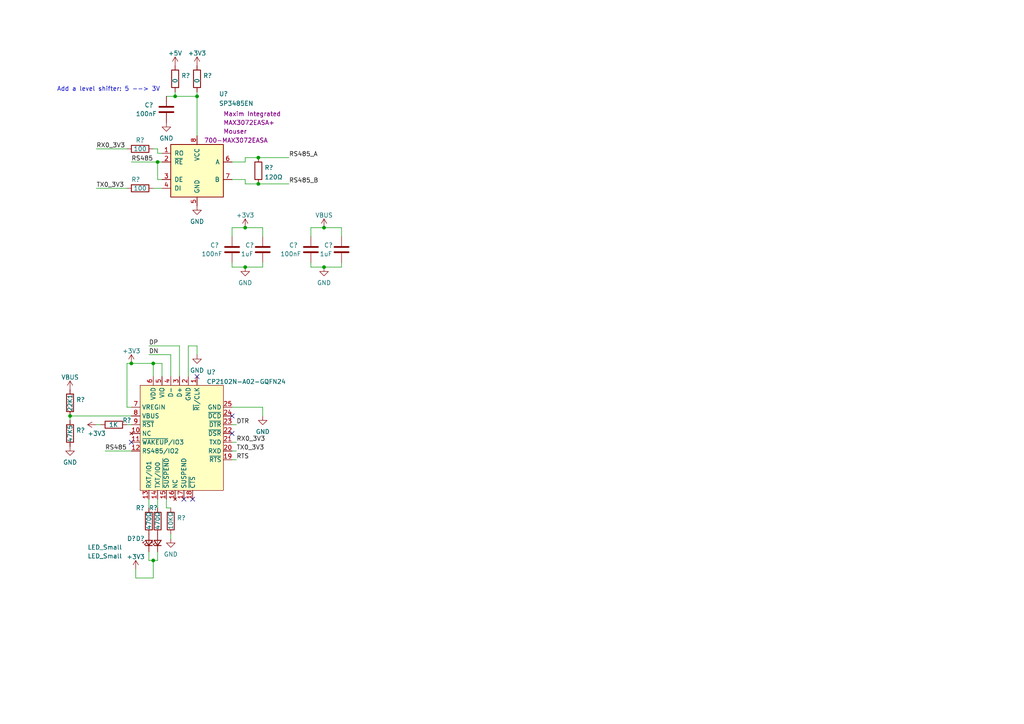
<source format=kicad_sch>
(kicad_sch (version 20211123) (generator eeschema)
  (paper "A4")
  (lib_symbols
    (symbol "Capacitors_0603:100nF" (pin_numbers hide) (pin_names (offset 0.254))
      (property "Reference" "C" (at 0.635 2.54 0))
      (property "Value" "100nF" (at 0.635 -2.54 0))
      (symbol "100nF_0_1"
        (polyline (pts (xy -2.032 -0.762) (xy 2.032 -0.762)) (stroke (width 0.508)))
        (polyline (pts (xy -2.032 0.762) (xy 2.032 0.762)) (stroke (width 0.508)))
      )
      (symbol "100nF_1_1"
        (pin passive line (at 0 3.81 270) (length 2.794) (name "~") (number "1"))
        (pin passive line (at 0 -3.81 90) (length 2.794) (name "~") (number "2"))
      )
    )
    (symbol "Capacitors_0603:1uF" (pin_numbers hide) (pin_names (offset 0.254))
      (property "Reference" "C" (at 0.635 2.54 0))
      (property "Value" "1uF" (at 0.635 -2.54 0))
      (symbol "1uF_0_1"
        (polyline (pts (xy -2.032 -0.762) (xy 2.032 -0.762)) (stroke (width 0.508)))
        (polyline (pts (xy -2.032 0.762) (xy 2.032 0.762)) (stroke (width 0.508)))
      )
      (symbol "1uF_1_1"
        (pin passive line (at 0 3.81 270) (length 2.794) (name "~") (number "1"))
        (pin passive line (at 0 -3.81 90) (length 2.794) (name "~") (number "2"))
      )
    )
    (symbol "Communications:SP3485EN" (pin_names (offset 1.016))
      (property "Reference" "U" (at -7.62 8.89 0))
      (property "Value" "SP3485EN" (at 2.54 8.89 0))
      (property "Manufacturer" "Maxim Integrated" (at 15.24 27.94 0))
      (property "Manufacturer Part Number" "MAX3072EASA+" (at 35.56 27.94 0))
      (property "Supplier" "Mouser" (at 10.16 24.13 0))
      (property "Supplier Part Number" "700-MAX3072EASA" (at 36.83 24.13 0))
      (symbol "SP3485EN_0_1"
        (rectangle (start -7.62 7.62) (end 7.62 -7.62) (stroke (width 0.254)) (fill (type background)))
      )
      (symbol "SP3485EN_1_1"
        (pin passive line (at -10.16 5.08 0) (length 2.54) (name "RO") (number "1"))
        (pin input line (at -10.16 2.54 0) (length 2.54) (name "~{RE}") (number "2"))
        (pin input line (at -10.16 -2.54 0) (length 2.54) (name "DE") (number "3"))
        (pin input line (at -10.16 -5.08 0) (length 2.54) (name "DI") (number "4"))
        (pin power_in line (at 0 -10.16 90) (length 2.54) (name "GND") (number "5"))
        (pin bidirectional line (at 10.16 2.54 180) (length 2.54) (name "A") (number "6"))
        (pin bidirectional line (at 10.16 -2.54 180) (length 2.54) (name "B") (number "7"))
        (pin power_in line (at 0 10.16 270) (length 2.54) (name "VCC") (number "8"))
      )
    )
    (symbol "Device:LED_Small" (pin_numbers hide) (pin_names (offset 0.254) hide)
      (property "Reference" "D" (at -1.27 3.175 0))
      (property "Value" "LED_Small" (at -4.445 -2.54 0))
      (symbol "LED_Small_0_1"
        (polyline (pts (xy -0.762 -1.016) (xy -0.762 1.016)) (stroke (width 0.254)))
        (polyline (pts (xy 1.016 0) (xy -0.762 0)))
        (polyline (pts (xy 0.762 -1.016) (xy -0.762 0) (xy 0.762 1.016) (xy 0.762 -1.016)) (stroke (width 0.254)))
        (polyline (pts (xy 0 0.762) (xy -0.508 1.27) (xy -0.254 1.27) (xy -0.508 1.27) (xy -0.508 1.016)))
        (polyline (pts (xy 0.508 1.27) (xy 0 1.778) (xy 0.254 1.778) (xy 0 1.778) (xy 0 1.524)))
      )
      (symbol "LED_Small_1_1"
        (pin passive line (at -2.54 0 0) (length 1.778) (name "K") (number "1"))
        (pin passive line (at 2.54 0 180) (length 1.778) (name "A") (number "2"))
      )
    )
    (symbol "IntegratedCircuits:CP2102N-A02-GQFN24"
      (property "Reference" "U" (at 8.89 13.97 0))
      (property "Value" "CP2102N-A02-GQFN24" (at 24.13 13.97 0))
      (symbol "CP2102N-A02-GQFN24_0_1"
        (rectangle (start -15.24 12.7) (end 15.24 -11.43) (fill (type background)))
      )
      (symbol "CP2102N-A02-GQFN24_1_1"
        (pin bidirectional line (at -17.78 5.08 0) (length 2.54) (name "~{RI}/CLK") (number "1"))
        (pin no_connect line (at -1.27 -13.97 90) (length 2.54) (name "NC") (number "10"))
        (pin bidirectional line (at 1.27 -13.97 90) (length 2.54) (name "~{WAKEUP}/IO3") (number "11"))
        (pin bidirectional line (at 3.81 -13.97 90) (length 2.54) (name "RS485/IO2") (number "12"))
        (pin bidirectional line (at 17.78 -8.89 180) (length 2.54) (name "RXT/IO1") (number "13"))
        (pin bidirectional line (at 17.78 -6.35 180) (length 2.54) (name "TXT/IO0") (number "14"))
        (pin output line (at 17.78 -3.81 180) (length 2.54) (name "~{SUSPEND}") (number "15"))
        (pin no_connect line (at 17.78 -1.27 180) (length 2.54) (name "NC") (number "16"))
        (pin output line (at 17.78 1.27 180) (length 2.54) (name "SUSPEND") (number "17"))
        (pin input line (at 17.78 3.81 180) (length 2.54) (name "~{CTS}") (number "18"))
        (pin output line (at 6.35 15.24 270) (length 2.54) (name "~{RTS}") (number "19"))
        (pin power_in line (at -17.78 2.54 0) (length 2.54) (name "GND") (number "2"))
        (pin input line (at 3.81 15.24 270) (length 2.54) (name "RXD") (number "20"))
        (pin output line (at 1.27 15.24 270) (length 2.54) (name "TXD") (number "21"))
        (pin input line (at -1.27 15.24 270) (length 2.54) (name "~{DSR}") (number "22"))
        (pin output line (at -3.81 15.24 270) (length 2.54) (name "~{DTR}") (number "23"))
        (pin input line (at -6.35 15.24 270) (length 2.54) (name "~{DCD}") (number "24"))
        (pin power_in line (at -8.89 15.24 270) (length 2.54) (name "GND") (number "25"))
        (pin bidirectional line (at -17.78 0 0) (length 2.54) (name "D+") (number "3"))
        (pin bidirectional line (at -17.78 -2.54 0) (length 2.54) (name "D-") (number "4"))
        (pin power_in line (at -17.78 -5.08 0) (length 2.54) (name "VIO") (number "5"))
        (pin power_in line (at -17.78 -7.62 0) (length 2.54) (name "VDD") (number "6"))
        (pin power_in line (at -8.89 -13.97 90) (length 2.54) (name "VREGIN") (number "7"))
        (pin power_in line (at -6.35 -13.97 90) (length 2.54) (name "VBUS") (number "8"))
        (pin input line (at -3.81 -13.97 90) (length 2.54) (name "~{RST}") (number "9"))
      )
    )
    (symbol "Resistor_0603:0" (pin_numbers hide) (pin_names (offset 0))
      (property "Reference" "R" (at 3.81 1.27 0))
      (property "Value" "0" (at 3.81 -1.27 0))
      (symbol "0_0_1"
        (rectangle (start -1.016 -2.54) (end 1.016 2.54) (stroke (width 0.254)))
      )
      (symbol "0_1_1"
        (pin passive line (at 0 3.81 270) (length 1.27) (name "~") (number "1"))
        (pin passive line (at 0 -3.81 90) (length 1.27) (name "~") (number "2"))
      )
    )
    (symbol "Resistor_0603:100" (pin_numbers hide) (pin_names (offset 0))
      (property "Reference" "R" (at 3.81 1.27 0))
      (property "Value" "100" (at 3.81 -1.27 0))
      (symbol "100_0_1"
        (rectangle (start -1.016 -2.54) (end 1.016 2.54) (stroke (width 0.254)))
      )
      (symbol "100_1_1"
        (pin passive line (at 0 3.81 270) (length 1.27) (name "~") (number "1"))
        (pin passive line (at 0 -3.81 90) (length 1.27) (name "~") (number "2"))
      )
    )
    (symbol "Resistor_0603:10KΩ" (pin_numbers hide) (pin_names (offset 0))
      (property "Reference" "R" (at 3.81 1.27 0))
      (property "Value" "10KΩ" (at 3.81 -1.27 0))
      (symbol "10KΩ_0_1"
        (rectangle (start -1.016 -2.54) (end 1.016 2.54) (stroke (width 0.254)))
      )
      (symbol "10KΩ_1_1"
        (pin passive line (at 0 3.81 270) (length 1.27) (name "~") (number "1"))
        (pin passive line (at 0 -3.81 90) (length 1.27) (name "~") (number "2"))
      )
    )
    (symbol "Resistor_0603:120Ω" (pin_numbers hide) (pin_names (offset 0))
      (property "Reference" "R" (at 3.81 1.27 0))
      (property "Value" "120Ω" (at 5.08 -1.27 0))
      (symbol "120Ω_0_1"
        (rectangle (start -1.016 -2.54) (end 1.016 2.54) (stroke (width 0.254)))
      )
      (symbol "120Ω_1_1"
        (pin passive line (at 0 3.81 270) (length 1.27) (name "~") (number "1"))
        (pin passive line (at 0 -3.81 90) (length 1.27) (name "~") (number "2"))
      )
    )
    (symbol "Resistor_0603:1K" (pin_numbers hide) (pin_names (offset 0))
      (property "Reference" "R" (at 3.81 1.27 0))
      (property "Value" "1K" (at 0 0 90))
      (symbol "1K_0_1"
        (rectangle (start -1.016 -2.54) (end 1.016 2.54) (stroke (width 0.254)))
      )
      (symbol "1K_1_1"
        (pin passive line (at 0 3.81 270) (length 1.27) (name "~") (number "1"))
        (pin passive line (at 0 -3.81 90) (length 1.27) (name "~") (number "2"))
      )
    )
    (symbol "Resistor_0603:22K1" (pin_numbers hide) (pin_names (offset 0))
      (property "Reference" "R" (at 0 2.54 0))
      (property "Value" "22K1" (at 0 0 0))
      (symbol "22K1_0_1"
        (rectangle (start 2.54 -1.016) (end -2.54 1.016) (stroke (width 0.254)))
      )
      (symbol "22K1_1_1"
        (pin passive line (at -3.81 0 0) (length 1.27) (name "~") (number "1"))
        (pin passive line (at 3.81 0 180) (length 1.27) (name "~") (number "2"))
      )
    )
    (symbol "Resistor_0603:470Ω" (pin_numbers hide) (pin_names (offset 0))
      (property "Reference" "R" (at 3.81 1.27 0))
      (property "Value" "470Ω" (at 6.35 -1.27 0))
      (symbol "470Ω_0_1"
        (rectangle (start -1.016 -2.54) (end 1.016 2.54) (stroke (width 0.254)))
      )
      (symbol "470Ω_1_1"
        (pin passive line (at 0 3.81 270) (length 1.27) (name "~") (number "1"))
        (pin passive line (at 0 -3.81 90) (length 1.27) (name "~") (number "2"))
      )
    )
    (symbol "Resistor_0603:47K5" (pin_numbers hide) (pin_names (offset 0))
      (property "Reference" "R" (at 0 2.54 0))
      (property "Value" "47K5" (at 0 0 0))
      (symbol "47K5_0_1"
        (rectangle (start 2.54 -1.016) (end -2.54 1.016) (stroke (width 0.254)))
      )
      (symbol "47K5_1_1"
        (pin passive line (at -3.81 0 0) (length 1.27) (name "~") (number "1"))
        (pin passive line (at 3.81 0 180) (length 1.27) (name "~") (number "2"))
      )
    )
    (symbol "power:+3V3" (power) (pin_names (offset 0))
      (property "Value" "+3V3" (at 0 3.556 0))
      (symbol "+3V3_0_1"
        (polyline (pts (xy -0.762 1.27) (xy 0 2.54)))
        (polyline (pts (xy 0 0) (xy 0 2.54)))
        (polyline (pts (xy 0 2.54) (xy 0.762 1.27)))
      )
      (symbol "+3V3_1_1"
        (pin power_in line (at 0 0 90) (length 0) hide (name "+3V3") (number "1"))
      )
    )
    (symbol "power:+5V" (power) (pin_names (offset 0))
      (property "Value" "+5V" (at 0 3.556 0))
      (symbol "+5V_0_1"
        (polyline (pts (xy -0.762 1.27) (xy 0 2.54)))
        (polyline (pts (xy 0 0) (xy 0 2.54)))
        (polyline (pts (xy 0 2.54) (xy 0.762 1.27)))
      )
      (symbol "+5V_1_1"
        (pin power_in line (at 0 0 90) (length 0) hide (name "+5V") (number "1"))
      )
    )
    (symbol "power:GND" (power) (pin_names (offset 0))
      (property "Value" "GND" (at 0 -3.81 0))
      (symbol "GND_0_1"
        (polyline (pts (xy 0 0) (xy 0 -1.27) (xy 1.27 -1.27) (xy 0 -2.54) (xy -1.27 -1.27) (xy 0 -1.27)))
      )
      (symbol "GND_1_1"
        (pin power_in line (at 0 0 270) (length 0) hide (name "GND") (number "1"))
      )
    )
    (symbol "power:VBUS" (power) (pin_names (offset 0))
      (property "Value" "VBUS" (at 0 3.81 0))
      (symbol "VBUS_0_1"
        (polyline (pts (xy -0.762 1.27) (xy 0 2.54)))
        (polyline (pts (xy 0 0) (xy 0 2.54)))
        (polyline (pts (xy 0 2.54) (xy 0.762 1.27)))
      )
      (symbol "VBUS_1_1"
        (pin power_in line (at 0 0 90) (length 0) hide (name "VBUS") (number "1"))
      )
    )
  )
  (junction (at 44.45 162.56))
  (junction (at 57.15 27.94))
  (junction (at 74.93 53.34))
  (junction (at 38.1 105.41))
  (junction (at 45.72 46.99))
  (junction (at 93.98 66.04))
  (junction (at 74.93 45.72))
  (junction (at 50.8 27.94))
  (junction (at 44.45 105.41))
  (junction (at 20.32 120.65))
  (junction (at 93.98 77.47))
  (junction (at 71.12 77.47))
  (junction (at 71.12 66.04))
  (no_connect (at 55.88 144.78))
  (no_connect (at 53.34 144.78))
  (no_connect (at 38.1 128.27))
  (no_connect (at 67.31 120.65))
  (no_connect (at 67.31 125.73))
  (no_connect (at 57.15 109.22))
  (wire (pts (xy 76.2 77.47) (xy 76.2 76.2)))
  (wire (pts (xy 44.45 162.56) (xy 44.45 167.64)))
  (wire (pts (xy 36.83 123.19) (xy 38.1 123.19)))
  (wire (pts (xy 43.18 162.56) (xy 44.45 162.56)))
  (wire (pts (xy 30.48 130.81) (xy 38.1 130.81)))
  (wire (pts (xy 44.45 105.41) (xy 46.99 105.41)))
  (wire (pts (xy 90.17 77.47) (xy 93.98 77.47)))
  (wire (pts (xy 74.93 53.34) (xy 83.82 53.34)))
  (wire (pts (xy 57.15 100.33) (xy 57.15 102.87)))
  (wire (pts (xy 67.31 52.07) (xy 71.12 52.07)))
  (wire (pts (xy 67.31 128.27) (xy 68.58 128.27)))
  (wire (pts (xy 74.93 45.72) (xy 83.82 45.72)))
  (wire (pts (xy 36.83 118.11) (xy 36.83 105.41)))
  (wire (pts (xy 44.45 43.18) (xy 45.72 43.18)))
  (wire (pts (xy 45.72 144.78) (xy 45.72 147.32)))
  (wire (pts (xy 20.32 120.65) (xy 20.32 121.92)))
  (wire (pts (xy 54.61 100.33) (xy 54.61 109.22)))
  (wire (pts (xy 43.18 144.78) (xy 43.18 147.32)))
  (wire (pts (xy 71.12 66.04) (xy 76.2 66.04)))
  (wire (pts (xy 45.72 44.45) (xy 45.72 43.18)))
  (wire (pts (xy 46.99 109.22) (xy 46.99 105.41)))
  (wire (pts (xy 36.83 105.41) (xy 38.1 105.41)))
  (wire (pts (xy 49.53 109.22) (xy 49.53 102.87)))
  (wire (pts (xy 67.31 46.99) (xy 71.12 46.99)))
  (wire (pts (xy 48.26 147.32) (xy 49.53 147.32)))
  (wire (pts (xy 39.37 165.1) (xy 39.37 167.64)))
  (wire (pts (xy 43.18 102.87) (xy 49.53 102.87)))
  (wire (pts (xy 90.17 66.04) (xy 90.17 68.58)))
  (wire (pts (xy 54.61 100.33) (xy 57.15 100.33)))
  (wire (pts (xy 67.31 77.47) (xy 71.12 77.47)))
  (wire (pts (xy 50.8 27.94) (xy 57.15 27.94)))
  (wire (pts (xy 71.12 77.47) (xy 76.2 77.47)))
  (wire (pts (xy 20.32 120.65) (xy 38.1 120.65)))
  (wire (pts (xy 99.06 77.47) (xy 99.06 76.2)))
  (wire (pts (xy 76.2 66.04) (xy 76.2 68.58)))
  (wire (pts (xy 27.94 43.18) (xy 36.83 43.18)))
  (wire (pts (xy 90.17 66.04) (xy 93.98 66.04)))
  (wire (pts (xy 27.94 54.61) (xy 36.83 54.61)))
  (wire (pts (xy 43.18 100.33) (xy 52.07 100.33)))
  (wire (pts (xy 38.1 46.99) (xy 45.72 46.99)))
  (wire (pts (xy 93.98 66.04) (xy 99.06 66.04)))
  (wire (pts (xy 67.31 76.2) (xy 67.31 77.47)))
  (wire (pts (xy 67.31 123.19) (xy 68.58 123.19)))
  (wire (pts (xy 49.53 154.94) (xy 49.53 156.21)))
  (wire (pts (xy 38.1 105.41) (xy 44.45 105.41)))
  (wire (pts (xy 99.06 66.04) (xy 99.06 68.58)))
  (wire (pts (xy 67.31 66.04) (xy 71.12 66.04)))
  (wire (pts (xy 71.12 53.34) (xy 74.93 53.34)))
  (wire (pts (xy 71.12 46.99) (xy 71.12 45.72)))
  (wire (pts (xy 45.72 44.45) (xy 46.99 44.45)))
  (wire (pts (xy 90.17 76.2) (xy 90.17 77.47)))
  (wire (pts (xy 67.31 118.11) (xy 76.2 118.11)))
  (wire (pts (xy 50.8 27.94) (xy 50.8 26.67)))
  (wire (pts (xy 45.72 46.99) (xy 46.99 46.99)))
  (wire (pts (xy 44.45 167.64) (xy 39.37 167.64)))
  (wire (pts (xy 46.99 52.07) (xy 45.72 52.07)))
  (wire (pts (xy 71.12 45.72) (xy 74.93 45.72)))
  (wire (pts (xy 67.31 130.81) (xy 68.58 130.81)))
  (wire (pts (xy 43.18 160.02) (xy 43.18 162.56)))
  (wire (pts (xy 45.72 160.02) (xy 45.72 162.56)))
  (wire (pts (xy 71.12 52.07) (xy 71.12 53.34)))
  (wire (pts (xy 44.45 162.56) (xy 45.72 162.56)))
  (wire (pts (xy 93.98 77.47) (xy 99.06 77.47)))
  (wire (pts (xy 67.31 66.04) (xy 67.31 68.58)))
  (wire (pts (xy 57.15 27.94) (xy 57.15 39.37)))
  (wire (pts (xy 48.26 144.78) (xy 48.26 147.32)))
  (wire (pts (xy 38.1 118.11) (xy 36.83 118.11)))
  (wire (pts (xy 52.07 100.33) (xy 52.07 109.22)))
  (wire (pts (xy 44.45 105.41) (xy 44.45 109.22)))
  (wire (pts (xy 57.15 26.67) (xy 57.15 27.94)))
  (wire (pts (xy 44.45 54.61) (xy 46.99 54.61)))
  (wire (pts (xy 67.31 133.35) (xy 68.58 133.35)))
  (wire (pts (xy 48.26 27.94) (xy 50.8 27.94)))
  (wire (pts (xy 27.94 123.19) (xy 29.21 123.19)))
  (wire (pts (xy 76.2 118.11) (xy 76.2 120.65)))
  (wire (pts (xy 45.72 52.07) (xy 45.72 46.99)))
  (text "Add a level shifter: 5 --> 3V\n" (at 16.51 26.67 0) (effects (font (size 1.27 1.27)) (justify left bottom)))
  (label "RTS" (at 68.58 133.35 0))
  (label "DN" (at 43.18 102.87 0))
  (label "RX0_3V3" (at 27.94 43.18 0))
  (label "TX0_3V3" (at 68.58 130.81 0))
  (label "RX0_3V3" (at 68.58 128.27 0))
  (label "TX0_3V3" (at 27.94 54.61 0))
  (label "RS485" (at 30.48 130.81 0))
  (label "DTR" (at 68.58 123.19 0))
  (label "RS485_B" (at 83.82 53.34 0))
  (label "RS485_A" (at 83.82 45.72 0))
  (label "DP" (at 43.18 100.33 0))
  (label "RS485" (at 38.1 46.99 0))
  (symbol (lib_id "power:VBUS") (at 20.32 113.03 0) (unit 1)
    (property "Reference" "#PWR?" (effects hide))
    (property "Value" "VBUS" (at 20.32 109.4255 0))
  )
  (symbol (lib_id "Resistor_0603:10KΩ") (at 49.53 151.13 0) (unit 1)
    (property "Reference" "R?" (at 51.308 150.2215 0) (effects (justify left)))
    (property "Value" "10KΩ" (at 49.53 153.67 90) (effects (justify left)))
    (property "Footprint" "Resistor_SMD:R_0603_1608Metric" (effects hide))
    (property "Manufacturer" "Panasonic" (effects hide))
    (property "MPN" "ERJ-3EKF1002V" (effects hide))
    (property "Supplier" "Mouser" (effects hide))
    (property "Supplier Nr." "667-ERJ-3EKF1002V" (effects hide))
    (property "Power" "100mW" (effects hide))
    (property "Tolerance" "1%" (effects hide))
    (property "Description" "10 kOhms ±1% 0.1W, 1/10W Chip Resistor 0603 (1608 Metric) Moisture Resistant Thick Film" (effects hide))
  )
  (symbol (lib_id "Resistor_0603:470Ω") (at 43.18 151.13 0) (unit 1)
    (property "Reference" "R?" (at 39.37 147.32 0) (effects (justify left)))
    (property "Value" "470Ω" (at 43.18 153.67 90) (effects (justify left)))
    (property "Footprint" "Resistor_SMD:R_0603_1608Metric" (effects hide))
    (property "Datasheet" "https://www.mouser.be/datasheet/2/427/VISH_S_A0003599164_1-2569050.pdf" (effects hide))
    (property "Manufacturer" "Vishay" (effects hide))
    (property "MPN" "CRCW0603470RJNEBC" (effects hide))
    (property "Supplier" "Mouser" (effects hide))
    (property "Supplier Nr." "71-CRCW0603470RJNEBC" (effects hide))
    (property "Power" "100mW" (effects hide))
    (property "Tolerance" "5%" (effects hide))
    (property "Price" "0.025" (effects hide))
    (property "Description" "Thick Film Resistors - SMD 1/10Watt 470ohms 5% Commercial Use" (effects hide))
  )
  (symbol (lib_id "Capacitors_0603:1uF") (at 99.06 72.39 0) (unit 1)
    (property "Reference" "C?" (at 93.98 71.12 0) (effects (justify left)))
    (property "Value" "1uF" (at 92.71 73.66 0) (effects (justify left)))
    (property "Footprint" "Capacitor_SMD:C_0603_1608Metric" (effects hide))
    (property "Datasheet" "http://product.samsungsem.com/mlcc/basic-search.do?partNumber=CL10B105KP8NNN" (effects hide))
    (property "Manufacturer" "Samsung Electro-Mechanics" (effects hide))
    (property "MPN" "CL10B105KA8NNNC" (effects hide))
    (property "Supplier" "Digikey" (effects hide))
    (property "Supplier Nr." "1276-1184-1-ND" (effects hide))
    (property "Description" "1µF ±10% 25V Ceramic Capacitor X7R 0603 (1608 Metric)" (effects hide))
    (property "Tolerance" "10%" (effects hide))
    (property "Voltage" "25V" (effects hide))
    (property "Dielectric" "X7R" (effects hide))
    (property "Price" "0.09" (effects hide))
  )
  (symbol (lib_id "Resistor_0603:1K") (at 33.02 123.19 90) (unit 1)
    (property "Reference" "R?" (at 38.1 121.92 90) (effects (justify left)))
    (property "Value" "1K" (at 34.29 123.19 90) (effects (justify left)))
    (property "Footprint" "Resistor_SMD:R_0603_1608Metric" (effects hide))
    (property "Datasheet" "https://www.yageo.com/upload/media/product/productsearch/datasheet/rchip/PYu-RC_Group_51_RoHS_L_11.pdf" (effects hide))
    (property "Manufacturer" "Yageo" (effects hide))
    (property "MPN" "RC0603FR-071KL" (effects hide))
    (property "Supplier" "Mouser" (effects hide))
    (property "Supplier Part Number" "603-RC0603FR-071KL" (effects hide))
    (property "Tolerance" "1%" (effects hide))
    (property "Description" "1 kOhms ±1% 0.1W, 1/10W Chip Resistor 0603 (1608 Metric) Moisture Resistant Thick Film" (effects hide))
  )
  (symbol (lib_id "IntegratedCircuits:CP2102N-A02-GQFN24") (at 52.07 127 270) (unit 1)
    (property "Reference" "U?" (at 59.9187 107.9205 90) (effects (justify left)))
    (property "Value" "CP2102N-A02-GQFN24" (at 59.9187 110.6956 90) (effects (justify left)))
    (property "Footprint" "Package_DFN_QFN:QFN-24-1EP_4x4mm_P0.5mm_EP2.6x2.6mm" (effects hide))
    (property "Datasheet" "https://www.silabs.com/documents/public/data-sheets/cp2102n-datasheet.pdf" (effects hide))
    (property "Description" "USB Bridge, USB to UART USB 2.0 UART Interface 24-QFN (4x4)" (effects hide))
    (property "Manufacturer" "Silicon Labs" (effects hide))
    (property "MPN" "CP2102N-A02-GQFN24" (effects hide))
    (property "Supplier" "Digikey" (effects hide))
    (property "Supplier Nr." "336-5887-ND" (effects hide))
  )
  (symbol (lib_id "power:+5V") (at 50.8 19.05 0) (unit 1)
    (property "Reference" "#PWR?" (effects hide))
    (property "Value" "+5V" (at 50.8 15.4455 0))
  )
  (symbol (lib_id "power:GND") (at 48.26 35.56 0) (unit 1)
    (property "Reference" "#PWR?" (effects hide))
    (property "Value" "GND" (at 48.26 40.1225 0))
  )
  (symbol (lib_id "power:+3V3") (at 39.37 165.1 0) (unit 1)
    (property "Reference" "#PWR?" (effects hide))
    (property "Value" "+3V3" (at 39.37 161.4955 0))
  )
  (symbol (lib_id "Capacitors_0603:100nF") (at 48.26 31.75 0) (unit 1)
    (property "Reference" "C?" (at 41.91 30.48 0) (effects (justify left)))
    (property "Value" "100nF" (at 39.37 33.02 0) (effects (justify left)))
    (property "Footprint" "Capacitor_SMD:C_0603_1608Metric" (effects hide))
    (property "Datasheet" "https://media.digikey.com/pdf/Data%20Sheets/Samsung%20PDFs/CL_Series_MLCC_ds.pdf" (effects hide))
    (property "Manufacturer" "Samsung Electro-Mechanics" (effects hide))
    (property "MPN" "CL10B104KB8NNNC" (effects hide))
    (property "Supplier" "Digikey" (effects hide))
    (property "Supplier Nr." "1276-1000-1-ND" (effects hide))
    (property "Description" "0.1µF ±10% 50V Ceramic Capacitor X7R 0603 (1608 Metric)" (effects hide))
    (property "Tolerance" "10%" (effects hide))
    (property "Voltage" "50V" (effects hide))
    (property "Dielectric" "X7R" (effects hide))
    (property "Price" "0.09" (effects hide))
  )
  (symbol (lib_id "power:+3V3") (at 71.12 66.04 0) (unit 1)
    (property "Reference" "#PWR?" (effects hide))
    (property "Value" "+3V3" (at 71.12 62.4355 0))
  )
  (symbol (lib_id "power:+3V3") (at 57.15 19.05 0) (unit 1)
    (property "Reference" "#PWR?" (effects hide))
    (property "Value" "+3V3" (at 57.15 15.4455 0))
  )
  (symbol (lib_id "Resistor_0603:120Ω") (at 74.93 49.53 0) (unit 1)
    (property "Reference" "R?" (at 76.708 48.6215 0) (effects (justify left)))
    (property "Value" "120Ω" (at 76.708 51.3966 0) (effects (justify left)))
    (property "Footprint" "Resistor_SMD:R_0603_1608Metric" (effects hide))
    (property "Datasheet" "https://www.mouser.be/datasheet/2/54/crxxxxx-1858361.pdf" (effects hide))
    (property "Manufacturer" "Bourns" (effects hide))
    (property "MPN" "CR0603-FX-1200ELF" (effects hide))
    (property "Supplier" "Mouser" (effects hide))
    (property "Supplier Nr." "652-CR0603FX-1200ELF" (effects hide))
    (property "Power" "100mW" (effects hide))
    (property "Tolerance" "5%" (effects hide))
    (property "Price" "0.025" (effects hide))
    (property "Description" "Thick Film Resistors - SMD 1/10Watt 470ohms 5% Commercial Use" (effects hide))
  )
  (symbol (lib_id "Resistor_0603:0") (at 57.15 22.86 0) (unit 1)
    (property "Reference" "R?" (at 58.928 21.9515 0) (effects (justify left)))
    (property "Value" "0" (at 57.15 24.13 90) (effects (justify left)))
    (property "Footprint" "Resistor_SMD:R_0603_1608Metric" (effects hide))
    (property "Datasheet" "https://www.yageo.com/upload/media/product/productsearch/datasheet/rchip/PYu-AC_51_RoHS_L_7.pdf" (effects hide))
    (property "Manufacturer" "Yageo" (effects hide))
    (property "MPN" "RC0603JR-070RL" (effects hide))
    (property "Supplier" "Mouser" (effects hide))
    (property "Supplier Nr." "603-RC0603JR-070RL" (effects hide))
    (property "Description" "0 Ohms Jumper 0.1W, 1/10W Chip Resistor 0603 (1608 Metric)" (effects hide))
    (property "Power" "100mW" (effects hide))
  )
  (symbol (lib_id "power:GND") (at 57.15 59.69 0) (unit 1)
    (property "Reference" "#PWR?" (effects hide))
    (property "Value" "GND" (at 57.15 64.2525 0))
  )
  (symbol (lib_id "Resistor_0603:22K1") (at 20.32 116.84 270) (unit 1)
    (property "Reference" "R?" (at 22.098 115.9315 90) (effects (justify left)))
    (property "Value" "22K1" (at 20.32 114.3 0) (effects (justify left)))
    (property "Footprint" "Resistor_SMD:R_0603_1608Metric" (effects hide))
    (property "Datasheet" "https://www.bourns.com/docs/product-datasheets/CRxxxxx.pdf" (effects hide))
    (property "Manufacturer" "Bourns Inc." (effects hide))
    (property "MPN" "CR0603-FX-2212ELF" (effects hide))
    (property "Supplier" "Digikey" (effects hide))
    (property "Supplier Part Number" "CR0603-FX-2212ELFCT-ND" (effects hide))
    (property "Description" "22.1 kOhms ±1% 0.1W, 1/10W Chip Resistor 0603 (1608 Metric) Moisture Resistant Thick Film" (effects hide))
  )
  (symbol (lib_id "Capacitors_0603:100nF") (at 90.17 72.39 0) (unit 1)
    (property "Reference" "C?" (at 83.82 71.12 0) (effects (justify left)))
    (property "Value" "100nF" (at 81.28 73.66 0) (effects (justify left)))
    (property "Footprint" "Capacitor_SMD:C_0603_1608Metric" (effects hide))
    (property "Datasheet" "https://media.digikey.com/pdf/Data%20Sheets/Samsung%20PDFs/CL_Series_MLCC_ds.pdf" (effects hide))
    (property "Manufacturer" "Samsung Electro-Mechanics" (effects hide))
    (property "MPN" "CL10B104KB8NNNC" (effects hide))
    (property "Supplier" "Digikey" (effects hide))
    (property "Supplier Nr." "1276-1000-1-ND" (effects hide))
    (property "Description" "0.1µF ±10% 50V Ceramic Capacitor X7R 0603 (1608 Metric)" (effects hide))
    (property "Tolerance" "10%" (effects hide))
    (property "Voltage" "50V" (effects hide))
    (property "Dielectric" "X7R" (effects hide))
    (property "Price" "0.09" (effects hide))
  )
  (symbol (lib_id "power:GND") (at 93.98 77.47 0) (unit 1)
    (property "Reference" "#PWR?" (effects hide))
    (property "Value" "GND" (at 93.98 82.0325 0))
  )
  (symbol (lib_id "power:VBUS") (at 93.98 66.04 0) (unit 1)
    (property "Reference" "#PWR?" (effects hide))
    (property "Value" "VBUS" (at 93.98 62.4355 0))
  )
  (symbol (lib_id "Capacitors_0603:100nF") (at 67.31 72.39 0) (unit 1)
    (property "Reference" "C?" (at 60.96 71.12 0) (effects (justify left)))
    (property "Value" "100nF" (at 58.42 73.66 0) (effects (justify left)))
    (property "Footprint" "Capacitor_SMD:C_0603_1608Metric" (effects hide))
    (property "Datasheet" "https://media.digikey.com/pdf/Data%20Sheets/Samsung%20PDFs/CL_Series_MLCC_ds.pdf" (effects hide))
    (property "Manufacturer" "Samsung Electro-Mechanics" (effects hide))
    (property "MPN" "CL10B104KB8NNNC" (effects hide))
    (property "Supplier" "Digikey" (effects hide))
    (property "Supplier Nr." "1276-1000-1-ND" (effects hide))
    (property "Description" "0.1µF ±10% 50V Ceramic Capacitor X7R 0603 (1608 Metric)" (effects hide))
    (property "Tolerance" "10%" (effects hide))
    (property "Voltage" "50V" (effects hide))
    (property "Dielectric" "X7R" (effects hide))
    (property "Price" "0.09" (effects hide))
  )
  (symbol (lib_id "power:GND") (at 76.2 120.65 0) (unit 1)
    (property "Reference" "#PWR?" (effects hide))
    (property "Value" "GND" (at 76.2 125.2125 0))
  )
  (symbol (lib_id "Resistor_0603:47K5") (at 20.32 125.73 270) (unit 1)
    (property "Reference" "R?" (at 22.098 124.8215 90) (effects (justify left)))
    (property "Value" "47K5" (at 20.32 123.19 0) (effects (justify left)))
    (property "Footprint" "Resistor_SMD:R_0603_1608Metric" (effects hide))
    (property "Datasheet" "https://www.seielect.com/catalog/sei-packaging.pdf" (effects hide))
    (property "Manufacturer" "YAGEO" (effects hide))
    (property "MPN" "RT0603DRE0747K5L" (effects hide))
    (property "Supplier" "Mouser" (effects hide))
    (property "Supplier Part Number" "603-RT0603DRE0747K5L" (effects hide))
    (property "Description" "Resistor SMD 0603 1/10W 47.5K Ohms .5%" (effects hide))
  )
  (symbol (lib_id "power:+3V3") (at 38.1 105.41 0) (unit 1)
    (property "Reference" "#PWR?" (effects hide))
    (property "Value" "+3V3" (at 38.1 101.8055 0))
  )
  (symbol (lib_id "power:+3V3") (at 27.94 123.19 90) (unit 1)
    (property "Reference" "#PWR?" (effects hide))
    (property "Value" "+3V3" (at 25.4 125.73 90) (effects (justify right)))
  )
  (symbol (lib_id "Resistor_0603:470Ω") (at 45.72 151.13 0) (unit 1)
    (property "Reference" "R?" (at 43.18 147.32 0) (effects (justify left)))
    (property "Value" "470Ω" (at 45.72 153.67 90) (effects (justify left)))
    (property "Footprint" "Resistor_SMD:R_0603_1608Metric" (effects hide))
    (property "Datasheet" "https://www.mouser.be/datasheet/2/427/VISH_S_A0003599164_1-2569050.pdf" (effects hide))
    (property "Manufacturer" "Vishay" (effects hide))
    (property "MPN" "CRCW0603470RJNEBC" (effects hide))
    (property "Supplier" "Mouser" (effects hide))
    (property "Supplier Nr." "71-CRCW0603470RJNEBC" (effects hide))
    (property "Power" "100mW" (effects hide))
    (property "Tolerance" "5%" (effects hide))
    (property "Price" "0.025" (effects hide))
    (property "Description" "Thick Film Resistors - SMD 1/10Watt 470ohms 5% Commercial Use" (effects hide))
  )
  (symbol (lib_id "power:GND") (at 20.32 129.54 0) (unit 1)
    (property "Reference" "#PWR?" (effects hide))
    (property "Value" "GND" (at 20.32 134.1025 0))
  )
  (symbol (lib_id "Capacitors_0603:1uF") (at 76.2 72.39 0) (unit 1)
    (property "Reference" "C?" (at 71.12 71.12 0) (effects (justify left)))
    (property "Value" "1uF" (at 69.85 73.66 0) (effects (justify left)))
    (property "Footprint" "Capacitor_SMD:C_0603_1608Metric" (effects hide))
    (property "Datasheet" "http://product.samsungsem.com/mlcc/basic-search.do?partNumber=CL10B105KP8NNN" (effects hide))
    (property "Manufacturer" "Samsung Electro-Mechanics" (effects hide))
    (property "MPN" "CL10B105KA8NNNC" (effects hide))
    (property "Supplier" "Digikey" (effects hide))
    (property "Supplier Nr." "1276-1184-1-ND" (effects hide))
    (property "Description" "1µF ±10% 25V Ceramic Capacitor X7R 0603 (1608 Metric)" (effects hide))
    (property "Tolerance" "10%" (effects hide))
    (property "Voltage" "25V" (effects hide))
    (property "Dielectric" "X7R" (effects hide))
    (property "Price" "0.09" (effects hide))
  )
  (symbol (lib_id "Resistor_0603:0") (at 50.8 22.86 0) (unit 1)
    (property "Reference" "R?" (at 52.578 21.9515 0) (effects (justify left)))
    (property "Value" "0" (at 50.8 24.13 90) (effects (justify left)))
    (property "Footprint" "Resistor_SMD:R_0603_1608Metric" (effects hide))
    (property "Datasheet" "https://www.yageo.com/upload/media/product/productsearch/datasheet/rchip/PYu-AC_51_RoHS_L_7.pdf" (effects hide))
    (property "Manufacturer" "Yageo" (effects hide))
    (property "MPN" "RC0603JR-070RL" (effects hide))
    (property "Supplier" "Mouser" (effects hide))
    (property "Supplier Nr." "603-RC0603JR-070RL" (effects hide))
    (property "Description" "0 Ohms Jumper 0.1W, 1/10W Chip Resistor 0603 (1608 Metric)" (effects hide))
    (property "Power" "100mW" (effects hide))
  )
  (symbol (lib_id "Device:LED_Small") (at 45.72 157.48 90) (unit 1)
    (property "Reference" "D?" (at 39.37 156.21 90) (effects (justify right)))
    (property "Value" "LED_Small" (at 25.4 161.29 90) (effects (justify right)))
  )
  (symbol (lib_id "Device:LED_Small") (at 43.18 157.48 90) (unit 1)
    (property "Reference" "D?" (at 36.83 156.21 90) (effects (justify right)))
    (property "Value" "LED_Small" (at 25.4 158.75 90) (effects (justify right)))
  )
  (symbol (lib_id "power:GND") (at 49.53 156.21 0) (unit 1)
    (property "Reference" "#PWR?" (effects hide))
    (property "Value" "GND" (at 49.53 160.7725 0))
  )
  (symbol (lib_id "power:GND") (at 57.15 102.87 0) (unit 1)
    (property "Reference" "#PWR?" (effects hide))
    (property "Value" "GND" (at 57.15 107.4325 0))
  )
  (symbol (lib_id "Communications:SP3485EN") (at 57.15 49.53 0) (unit 1)
    (property "Reference" "U?" (at 63.5 27.2347 0) (effects (justify left)))
    (property "Value" "SP3485EN" (at 63.5 30.0098 0) (effects (justify left)))
    (property "Footprint" "IC:SOIC-8_3.9x4.9mm_P1.27mm" (effects hide))
    (property "Datasheet" "https://datasheets.maximintegrated.com/en/ds/MAX3070E-MAX3079E.pdf" (effects hide))
    (property "Manufacturer" "Maxim Integrated" (at 64.77 33.02 0) (effects (justify left)))
    (property "Manufacturer Part Number" "MAX3072EASA+" (at 64.77 35.56 0) (effects (justify left)))
    (property "Supplier" "Mouser" (at 64.77 38.1 0) (effects (justify left)))
    (property "Supplier Part Number" "700-MAX3072EASA" (at 59.1694 40.7186 0) (effects (justify left)))
  )
  (symbol (lib_id "power:GND") (at 71.12 77.47 0) (unit 1)
    (property "Reference" "#PWR?" (effects hide))
    (property "Value" "GND" (at 71.12 82.0325 0))
  )
  (symbol (lib_id "Resistor_0603:100") (at 40.64 43.18 90) (unit 1)
    (property "Reference" "R?" (at 40.64 40.64 90))
    (property "Value" "100" (at 40.64 43.18 90))
    (property "Footprint" "Resistor_SMD:R_0603_1608Metric" (effects hide))
    (property "Datasheet" "https://www.yageo.com/upload/media/product/productsearch/datasheet/rchip/PYu-RC_Group_51_RoHS_L_11.pdf" (effects hide))
    (property "Manufacturer" "Yageo" (effects hide))
    (property "MPN" "RC0603FR-07100RL" (effects hide))
    (property "Supplier" "Digikey" (effects hide))
    (property "Supplier Nr." "311-100HRCT-ND" (effects hide))
    (property "Tolerance" "1%" (effects hide))
    (property "Description" "100 Ohms ±1% 0.1W, 1/10W Chip Resistor 0603 (1608 Metric) Moisture Resistant Thick Film" (effects hide))
    (property "Power" "100mW" (effects hide))
    (property "Price" "0.09" (effects hide))
  )
  (symbol (lib_id "Resistor_0603:100") (at 40.64 54.61 90) (unit 1)
    (property "Reference" "R?" (at 39.37 52.07 90))
    (property "Value" "100" (at 40.64 54.61 90))
    (property "Footprint" "Resistor_SMD:R_0603_1608Metric" (effects hide))
    (property "Datasheet" "https://www.yageo.com/upload/media/product/productsearch/datasheet/rchip/PYu-RC_Group_51_RoHS_L_11.pdf" (effects hide))
    (property "Manufacturer" "Yageo" (effects hide))
    (property "MPN" "RC0603FR-07100RL" (effects hide))
    (property "Supplier" "Digikey" (effects hide))
    (property "Supplier Nr." "311-100HRCT-ND" (effects hide))
    (property "Tolerance" "1%" (effects hide))
    (property "Description" "100 Ohms ±1% 0.1W, 1/10W Chip Resistor 0603 (1608 Metric) Moisture Resistant Thick Film" (effects hide))
    (property "Power" "100mW" (effects hide))
    (property "Price" "0.09" (effects hide))
  )
)
</source>
